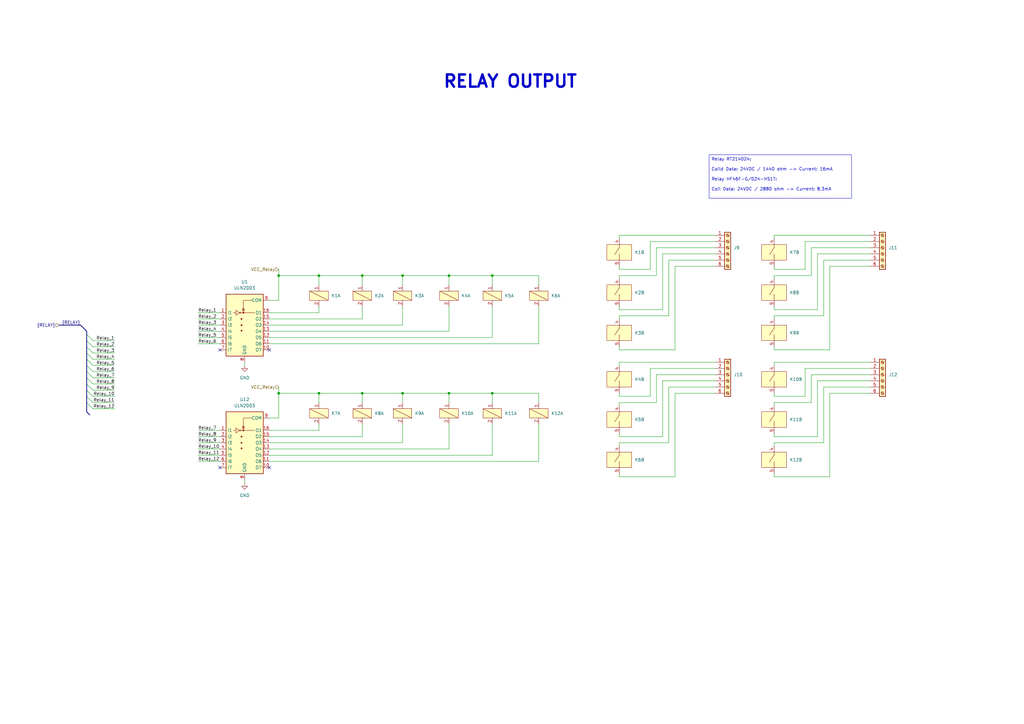
<source format=kicad_sch>
(kicad_sch (version 20250114) (generator "eeschema") (generator_version "9.0")
  (paper "A3")
  (lib_symbols
    (symbol "1-IC-General:ULN2003"
      (property "Reference" "U" (at 0 15.875 0))
      (property "Value" "ULN2003" (at 0 13.97 0))
      (symbol "ULN2003_0_1"
        (rectangle (start -7.62 -12.7) (end 7.62 12.7) (stroke (width 0.254)) (fill (type background)))
        (polyline (pts (xy -4.572 5.08) (xy -3.556 5.08)))
        (polyline (pts (xy -3.556 6.096) (xy -3.556 4.064) (xy -2.032 5.08) (xy -3.556 6.096)))
        (circle (center -1.778 5.08) (radius 0.254))
        (polyline (pts (xy -1.524 5.08) (xy 4.064 5.08)))
        (circle (center -1.27 2.54) (radius 0.254) (fill (type outline)))
        (circle (center -1.27 0) (radius 0.254) (fill (type outline)))
        (circle (center -1.27 -2.286) (radius 0.254) (fill (type outline)))
        (circle (center -0.508 5.08) (radius 0.254) (fill (type outline)))
        (polyline (pts (xy -0.508 5.08) (xy -0.508 10.16) (xy 2.921 10.16)))
        (polyline (pts (xy 0 6.731) (xy -1.016 6.731)))
        (polyline (pts (xy 0 5.969) (xy -1.016 5.969) (xy -0.508 6.731) (xy 0 5.969)))
      )
      (symbol "ULN2003_1_1"
        (pin input line (at -10.16 5.08 0) (length 2.54) (name "I1") (number "1"))
        (pin input line (at -10.16 2.54 0) (length 2.54) (name "I2") (number "2"))
        (pin input line (at -10.16 0 0) (length 2.54) (name "I3") (number "3"))
        (pin input line (at -10.16 -2.54 0) (length 2.54) (name "I4") (number "4"))
        (pin input line (at -10.16 -5.08 0) (length 2.54) (name "I5") (number "5"))
        (pin input line (at -10.16 -7.62 0) (length 2.54) (name "I6") (number "6"))
        (pin input line (at -10.16 -10.16 0) (length 2.54) (name "I7") (number "7"))
        (pin power_in line (at 0 -15.24 90) (length 2.54) (name "GND") (number "8"))
        (pin passive line (at 10.16 10.16 180) (length 2.54) (name "COM") (number "9"))
        (pin open_collector line (at 10.16 5.08 180) (length 2.54) (name "O1") (number "16"))
        (pin open_collector line (at 10.16 2.54 180) (length 2.54) (name "O2") (number "15"))
        (pin open_collector line (at 10.16 0 180) (length 2.54) (name "O3") (number "14"))
        (pin open_collector line (at 10.16 -2.54 180) (length 2.54) (name "O4") (number "13"))
        (pin open_collector line (at 10.16 -5.08 180) (length 2.54) (name "O5") (number "12"))
        (pin open_collector line (at 10.16 -7.62 180) (length 2.54) (name "O6") (number "11"))
        (pin open_collector line (at 10.16 -10.16 180) (length 2.54) (name "O7") (number "10"))
      )
    )
    (symbol "Connector:Screw_Terminal_01x06" (pin_names (offset 1.016) (hide yes))
      (property "Reference" "J" (at 0 7.62 0))
      (property "Value" "Screw_Terminal_01x06" (at 0 -10.16 0))
      (symbol "Screw_Terminal_01x06_1_1"
        (rectangle (start -1.27 6.35) (end 1.27 -8.89) (stroke (width 0.254)) (fill (type background)))
        (polyline (pts (xy -0.5334 5.4102) (xy 0.3302 4.572)) (stroke (width 0.1524)))
        (polyline (pts (xy -0.5334 2.8702) (xy 0.3302 2.032)) (stroke (width 0.1524)))
        (polyline (pts (xy -0.5334 0.3302) (xy 0.3302 -0.508)) (stroke (width 0.1524)))
        (polyline (pts (xy -0.5334 -2.2098) (xy 0.3302 -3.048)) (stroke (width 0.1524)))
        (polyline (pts (xy -0.5334 -4.7498) (xy 0.3302 -5.588)) (stroke (width 0.1524)))
        (polyline (pts (xy -0.5334 -7.2898) (xy 0.3302 -8.128)) (stroke (width 0.1524)))
        (polyline (pts (xy -0.3556 5.588) (xy 0.508 4.7498)) (stroke (width 0.1524)))
        (polyline (pts (xy -0.3556 3.048) (xy 0.508 2.2098)) (stroke (width 0.1524)))
        (polyline (pts (xy -0.3556 0.508) (xy 0.508 -0.3302)) (stroke (width 0.1524)))
        (polyline (pts (xy -0.3556 -2.032) (xy 0.508 -2.8702)) (stroke (width 0.1524)))
        (polyline (pts (xy -0.3556 -4.572) (xy 0.508 -5.4102)) (stroke (width 0.1524)))
        (polyline (pts (xy -0.3556 -7.112) (xy 0.508 -7.9502)) (stroke (width 0.1524)))
        (circle (center 0 5.08) (radius 0.635) (stroke (width 0.1524)))
        (circle (center 0 2.54) (radius 0.635) (stroke (width 0.1524)))
        (circle (center 0 0) (radius 0.635) (stroke (width 0.1524)))
        (circle (center 0 -2.54) (radius 0.635) (stroke (width 0.1524)))
        (circle (center 0 -5.08) (radius 0.635) (stroke (width 0.1524)))
        (circle (center 0 -7.62) (radius 0.635) (stroke (width 0.1524)))
        (pin passive line (at -5.08 5.08 0) (length 3.81) (name "Pin_1") (number "1"))
        (pin passive line (at -5.08 2.54 0) (length 3.81) (name "Pin_2") (number "2"))
        (pin passive line (at -5.08 0 0) (length 3.81) (name "Pin_3") (number "3"))
        (pin passive line (at -5.08 -2.54 0) (length 3.81) (name "Pin_4") (number "4"))
        (pin passive line (at -5.08 -5.08 0) (length 3.81) (name "Pin_5") (number "5"))
        (pin passive line (at -5.08 -7.62 0) (length 3.81) (name "Pin_6") (number "6"))
      )
    )
    (symbol "LIB_SCH_CONTR:HF46F-G_Hongfa" (pin_names (hide yes))
      (property "Reference" "K" (at 7.112 0 0))
      (symbol "HF46F-G_Hongfa_1_1"
        (rectangle (start -3.81 1.27) (end 3.81 -2.54) (fill (type background)))
        (polyline (pts (xy -3.81 1.27) (xy 3.81 -2.54)))
        (pin input line (at 0 3.81 270) (length 2.54) (name "1") (number "1"))
        (pin input line (at 0 -5.08 90) (length 2.54) (name "2") (number "2"))
      )
      (symbol "HF46F-G_Hongfa_2_1"
        (rectangle (start -5.08 2.54) (end 5.08 -3.81) (fill (type background)))
        (polyline (pts (xy 0 2.54) (xy 0 1.27)))
        (polyline (pts (xy 0 1.27) (xy -1.8692 -1.5318)))
        (polyline (pts (xy 0 -2.54) (xy 0 -1.27) (xy 0 -1.27)))
        (polyline (pts (xy 0 -3.81) (xy 0 -2.54)))
        (pin input line (at 0 5.08 270) (length 2.54) (name "COM") (number "4"))
        (pin input line (at 0 -6.35 90) (length 2.54) (name "NO") (number "5"))
      )
    )
    (symbol "power:GND" (power) (pin_numbers (hide yes)) (pin_names (offset 0) (hide yes))
      (property "Value" "GND" (at 0 -3.81 0))
      (symbol "GND_0_1"
        (polyline (pts (xy 0 0) (xy 0 -1.27) (xy 1.27 -1.27) (xy 0 -2.54) (xy -1.27 -1.27) (xy 0 -1.27)))
      )
      (symbol "GND_1_1"
        (pin power_in line (at 0 0 270) (length 0) (name "~") (number "1"))
      )
    )
  )
  (bus_alias "RELAY" (members "Relay_1" "Relay_2" "Relay_3" "Relay_4" "Relay_5" "Relay_6" "Relay_7" "Relay_8" "Relay_9" "Relay_10" "Relay_11" "Relay_12"))
  (text "RELAY OUTPUT" (at 209.296 33.528 0) (effects (font (size 5 5) (thickness 1) (bold yes))))
  (text_box "Relay RT214024:\n\nCoild Data: 24VDC / 1440 ohm -> Current: 16mA\n\nRelay HF46F-G/024-HS1T:\n\nCoil Data: 24VDC / 2880 ohm -> Current: 8.3mA" (at 290.83 63.5 0) (size 58.42 17.78) (margins 0.9525 0.9525 0.9525 0.9525) (effects (font (size 1.27 1.27)) (justify left top)))
  (junction (at 130.81 161.29))
  (junction (at 201.93 113.03))
  (junction (at 148.59 161.29))
  (junction (at 201.93 161.29))
  (junction (at 165.1 113.03))
  (junction (at 148.59 113.03))
  (junction (at 184.15 113.03))
  (junction (at 114.3 161.29))
  (junction (at 130.81 113.03))
  (junction (at 165.1 161.29))
  (junction (at 114.3 113.03))
  (junction (at 184.15 161.29))
  (no_connect (at 110.49 191.77))
  (no_connect (at 90.17 191.77))
  (no_connect (at 90.17 143.51))
  (no_connect (at 110.49 143.51))
  (bus_entry (at 35.56 149.86) (size 2.54 2.54))
  (bus_entry (at 35.56 162.56) (size 2.54 2.54))
  (bus_entry (at 35.56 137.16) (size 2.54 2.54))
  (bus_entry (at 35.56 147.32) (size 2.54 2.54))
  (bus_entry (at 35.56 139.7) (size 2.54 2.54))
  (bus_entry (at 35.56 142.24) (size 2.54 2.54))
  (bus_entry (at 35.56 160.02) (size 2.54 2.54))
  (bus_entry (at 35.56 144.78) (size 2.54 2.54))
  (bus_entry (at 35.56 165.1) (size 2.54 2.54))
  (bus_entry (at 35.56 157.48) (size 2.54 2.54))
  (bus_entry (at 35.56 154.94) (size 2.54 2.54))
  (bus_entry (at 35.56 152.4) (size 2.54 2.54))
  (wire (pts (xy 330.2 162.56) (xy 330.2 151.13)))
  (wire (pts (xy 269.24 165.1) (xy 254 165.1)))
  (wire (pts (xy 337.82 181.61) (xy 317.5 181.61)))
  (wire (pts (xy 271.78 104.14) (xy 293.37 104.14)))
  (wire (pts (xy 340.36 161.29) (xy 356.87 161.29)))
  (wire (pts (xy 38.1 157.48) (xy 46.99 157.48)))
  (wire (pts (xy 220.98 161.29) (xy 201.93 161.29)))
  (wire (pts (xy 148.59 161.29) (xy 130.81 161.29)))
  (wire (pts (xy 220.98 165.1) (xy 220.98 161.29)))
  (wire (pts (xy 201.93 138.43) (xy 201.93 125.73)))
  (wire (pts (xy 130.81 125.73) (xy 130.81 128.27)))
  (wire (pts (xy 317.5 195.58) (xy 340.36 195.58)))
  (wire (pts (xy 38.1 154.94) (xy 46.99 154.94)))
  (wire (pts (xy 81.28 181.61) (xy 90.17 181.61)))
  (wire (pts (xy 335.28 179.07) (xy 335.28 156.21)))
  (wire (pts (xy 269.24 113.03) (xy 254 113.03)))
  (wire (pts (xy 332.74 101.6) (xy 332.74 113.03)))
  (wire (pts (xy 184.15 113.03) (xy 201.93 113.03)))
  (wire (pts (xy 81.28 135.89) (xy 90.17 135.89)))
  (bus (pts (xy 35.56 139.7) (xy 35.56 142.24)))
  (wire (pts (xy 254 109.22) (xy 254 110.49)))
  (wire (pts (xy 110.49 133.35) (xy 165.1 133.35)))
  (wire (pts (xy 330.2 151.13) (xy 356.87 151.13)))
  (wire (pts (xy 130.81 176.53) (xy 110.49 176.53)))
  (wire (pts (xy 165.1 125.73) (xy 165.1 133.35)))
  (wire (pts (xy 254 97.79) (xy 254 96.52)))
  (wire (pts (xy 274.32 158.75) (xy 274.32 181.61)))
  (wire (pts (xy 148.59 125.73) (xy 148.59 130.81)))
  (wire (pts (xy 317.5 148.59) (xy 356.87 148.59)))
  (bus (pts (xy 35.56 165.1) (xy 35.56 168.91)))
  (bus (pts (xy 35.56 149.86) (xy 35.56 152.4)))
  (bus (pts (xy 35.56 152.4) (xy 35.56 154.94)))
  (wire (pts (xy 317.5 181.61) (xy 317.5 182.88)))
  (wire (pts (xy 114.3 158.75) (xy 114.3 161.29)))
  (bus (pts (xy 35.56 160.02) (xy 35.56 162.56)))
  (bus (pts (xy 35.56 144.78) (xy 35.56 147.32)))
  (wire (pts (xy 254 110.49) (xy 266.7 110.49)))
  (wire (pts (xy 165.1 165.1) (xy 165.1 161.29)))
  (wire (pts (xy 38.1 167.64) (xy 46.99 167.64)))
  (wire (pts (xy 165.1 161.29) (xy 148.59 161.29)))
  (wire (pts (xy 317.5 149.86) (xy 317.5 148.59)))
  (wire (pts (xy 148.59 179.07) (xy 110.49 179.07)))
  (wire (pts (xy 317.5 129.54) (xy 317.5 130.81)))
  (wire (pts (xy 271.78 127) (xy 271.78 104.14)))
  (wire (pts (xy 184.15 125.73) (xy 184.15 135.89)))
  (wire (pts (xy 201.93 165.1) (xy 201.93 161.29)))
  (wire (pts (xy 38.1 139.7) (xy 46.99 139.7)))
  (wire (pts (xy 254 127) (xy 271.78 127)))
  (wire (pts (xy 165.1 173.99) (xy 165.1 181.61)))
  (wire (pts (xy 254 179.07) (xy 271.78 179.07)))
  (wire (pts (xy 317.5 113.03) (xy 317.5 114.3)))
  (wire (pts (xy 165.1 113.03) (xy 184.15 113.03)))
  (wire (pts (xy 317.5 161.29) (xy 317.5 162.56)))
  (wire (pts (xy 271.78 179.07) (xy 271.78 156.21)))
  (wire (pts (xy 38.1 142.24) (xy 46.99 142.24)))
  (wire (pts (xy 293.37 158.75) (xy 274.32 158.75)))
  (wire (pts (xy 220.98 140.97) (xy 110.49 140.97)))
  (wire (pts (xy 340.36 195.58) (xy 340.36 161.29)))
  (wire (pts (xy 276.86 109.22) (xy 293.37 109.22)))
  (wire (pts (xy 274.32 106.68) (xy 274.32 129.54)))
  (bus (pts (xy 35.56 135.89) (xy 35.56 137.16)))
  (wire (pts (xy 266.7 151.13) (xy 293.37 151.13)))
  (wire (pts (xy 81.28 184.15) (xy 90.17 184.15)))
  (wire (pts (xy 220.98 189.23) (xy 110.49 189.23)))
  (wire (pts (xy 184.15 165.1) (xy 184.15 161.29)))
  (wire (pts (xy 81.28 179.07) (xy 90.17 179.07)))
  (wire (pts (xy 81.28 140.97) (xy 90.17 140.97)))
  (wire (pts (xy 274.32 181.61) (xy 254 181.61)))
  (bus (pts (xy 35.56 168.91) (xy 36.83 170.18)))
  (wire (pts (xy 184.15 135.89) (xy 110.49 135.89)))
  (wire (pts (xy 254 142.24) (xy 254 143.51)))
  (wire (pts (xy 81.28 176.53) (xy 90.17 176.53)))
  (wire (pts (xy 220.98 173.99) (xy 220.98 189.23)))
  (wire (pts (xy 330.2 110.49) (xy 330.2 99.06)))
  (bus (pts (xy 35.56 162.56) (xy 35.56 165.1)))
  (wire (pts (xy 148.59 116.84) (xy 148.59 113.03)))
  (wire (pts (xy 184.15 184.15) (xy 110.49 184.15)))
  (wire (pts (xy 254 113.03) (xy 254 114.3)))
  (wire (pts (xy 81.28 133.35) (xy 90.17 133.35)))
  (wire (pts (xy 317.5 110.49) (xy 330.2 110.49)))
  (wire (pts (xy 337.82 129.54) (xy 317.5 129.54)))
  (bus (pts (xy 33.02 133.35) (xy 35.56 135.89)))
  (wire (pts (xy 317.5 109.22) (xy 317.5 110.49)))
  (wire (pts (xy 317.5 177.8) (xy 317.5 179.07)))
  (wire (pts (xy 266.7 110.49) (xy 266.7 99.06)))
  (wire (pts (xy 266.7 162.56) (xy 266.7 151.13)))
  (wire (pts (xy 184.15 173.99) (xy 184.15 184.15)))
  (wire (pts (xy 165.1 116.84) (xy 165.1 113.03)))
  (wire (pts (xy 356.87 101.6) (xy 332.74 101.6)))
  (wire (pts (xy 81.28 189.23) (xy 90.17 189.23)))
  (wire (pts (xy 317.5 162.56) (xy 330.2 162.56)))
  (bus (pts (xy 35.56 157.48) (xy 35.56 160.02)))
  (wire (pts (xy 254 161.29) (xy 254 162.56)))
  (wire (pts (xy 165.1 161.29) (xy 184.15 161.29)))
  (wire (pts (xy 317.5 194.31) (xy 317.5 195.58)))
  (wire (pts (xy 317.5 127) (xy 335.28 127)))
  (wire (pts (xy 254 148.59) (xy 293.37 148.59)))
  (bus (pts (xy 35.56 142.24) (xy 35.56 144.78)))
  (wire (pts (xy 38.1 162.56) (xy 46.99 162.56)))
  (wire (pts (xy 201.93 116.84) (xy 201.93 113.03)))
  (wire (pts (xy 38.1 149.86) (xy 46.99 149.86)))
  (wire (pts (xy 184.15 161.29) (xy 201.93 161.29)))
  (wire (pts (xy 114.3 171.45) (xy 110.49 171.45)))
  (wire (pts (xy 220.98 116.84) (xy 220.98 113.03)))
  (wire (pts (xy 148.59 113.03) (xy 130.81 113.03)))
  (wire (pts (xy 110.49 181.61) (xy 165.1 181.61)))
  (bus (pts (xy 35.56 137.16) (xy 35.56 139.7)))
  (wire (pts (xy 148.59 130.81) (xy 110.49 130.81)))
  (wire (pts (xy 220.98 125.73) (xy 220.98 140.97)))
  (wire (pts (xy 130.81 165.1) (xy 130.81 161.29)))
  (wire (pts (xy 130.81 173.99) (xy 130.81 176.53)))
  (wire (pts (xy 317.5 142.24) (xy 317.5 143.51)))
  (wire (pts (xy 148.59 173.99) (xy 148.59 179.07)))
  (wire (pts (xy 130.81 113.03) (xy 114.3 113.03)))
  (wire (pts (xy 254 162.56) (xy 266.7 162.56)))
  (wire (pts (xy 340.36 109.22) (xy 356.87 109.22)))
  (wire (pts (xy 201.93 186.69) (xy 201.93 173.99)))
  (wire (pts (xy 100.33 196.85) (xy 100.33 198.12)))
  (wire (pts (xy 317.5 96.52) (xy 356.87 96.52)))
  (wire (pts (xy 276.86 195.58) (xy 276.86 161.29)))
  (wire (pts (xy 254 125.73) (xy 254 127)))
  (wire (pts (xy 293.37 106.68) (xy 274.32 106.68)))
  (wire (pts (xy 38.1 165.1) (xy 46.99 165.1)))
  (wire (pts (xy 130.81 116.84) (xy 130.81 113.03)))
  (wire (pts (xy 184.15 116.84) (xy 184.15 113.03)))
  (wire (pts (xy 110.49 138.43) (xy 201.93 138.43)))
  (wire (pts (xy 148.59 165.1) (xy 148.59 161.29)))
  (wire (pts (xy 274.32 129.54) (xy 254 129.54)))
  (wire (pts (xy 81.28 130.81) (xy 90.17 130.81)))
  (wire (pts (xy 317.5 125.73) (xy 317.5 127)))
  (wire (pts (xy 38.1 152.4) (xy 46.99 152.4)))
  (wire (pts (xy 317.5 179.07) (xy 335.28 179.07)))
  (wire (pts (xy 81.28 128.27) (xy 90.17 128.27)))
  (bus (pts (xy 35.56 154.94) (xy 35.56 157.48)))
  (wire (pts (xy 356.87 158.75) (xy 337.82 158.75)))
  (wire (pts (xy 332.74 153.67) (xy 332.74 165.1)))
  (wire (pts (xy 114.3 123.19) (xy 110.49 123.19)))
  (wire (pts (xy 114.3 113.03) (xy 114.3 123.19)))
  (wire (pts (xy 269.24 153.67) (xy 269.24 165.1)))
  (wire (pts (xy 254 149.86) (xy 254 148.59)))
  (wire (pts (xy 276.86 161.29) (xy 293.37 161.29)))
  (wire (pts (xy 254 165.1) (xy 254 166.37)))
  (wire (pts (xy 337.82 158.75) (xy 337.82 181.61)))
  (wire (pts (xy 317.5 97.79) (xy 317.5 96.52)))
  (wire (pts (xy 38.1 160.02) (xy 46.99 160.02)))
  (wire (pts (xy 332.74 165.1) (xy 317.5 165.1)))
  (wire (pts (xy 81.28 138.43) (xy 90.17 138.43)))
  (wire (pts (xy 266.7 99.06) (xy 293.37 99.06)))
  (bus (pts (xy 35.56 147.32) (xy 35.56 149.86)))
  (wire (pts (xy 114.3 110.49) (xy 114.3 113.03)))
  (wire (pts (xy 335.28 156.21) (xy 356.87 156.21)))
  (wire (pts (xy 254 96.52) (xy 293.37 96.52)))
  (wire (pts (xy 38.1 147.32) (xy 46.99 147.32)))
  (wire (pts (xy 165.1 113.03) (xy 148.59 113.03)))
  (wire (pts (xy 110.49 186.69) (xy 201.93 186.69)))
  (wire (pts (xy 254 195.58) (xy 276.86 195.58)))
  (wire (pts (xy 254 181.61) (xy 254 182.88)))
  (wire (pts (xy 340.36 143.51) (xy 340.36 109.22)))
  (wire (pts (xy 254 143.51) (xy 276.86 143.51)))
  (wire (pts (xy 317.5 143.51) (xy 340.36 143.51)))
  (wire (pts (xy 254 177.8) (xy 254 179.07)))
  (wire (pts (xy 254 129.54) (xy 254 130.81)))
  (wire (pts (xy 271.78 156.21) (xy 293.37 156.21)))
  (wire (pts (xy 114.3 161.29) (xy 114.3 171.45)))
  (wire (pts (xy 220.98 113.03) (xy 201.93 113.03)))
  (wire (pts (xy 254 194.31) (xy 254 195.58)))
  (wire (pts (xy 81.28 186.69) (xy 90.17 186.69)))
  (wire (pts (xy 356.87 153.67) (xy 332.74 153.67)))
  (wire (pts (xy 332.74 113.03) (xy 317.5 113.03)))
  (bus (pts (xy 24.13 133.35) (xy 33.02 133.35)))
  (wire (pts (xy 269.24 101.6) (xy 269.24 113.03)))
  (wire (pts (xy 335.28 127) (xy 335.28 104.14)))
  (wire (pts (xy 293.37 101.6) (xy 269.24 101.6)))
  (wire (pts (xy 130.81 161.29) (xy 114.3 161.29)))
  (wire (pts (xy 335.28 104.14) (xy 356.87 104.14)))
  (wire (pts (xy 100.33 148.59) (xy 100.33 149.86)))
  (wire (pts (xy 330.2 99.06) (xy 356.87 99.06)))
  (wire (pts (xy 293.37 153.67) (xy 269.24 153.67)))
  (wire (pts (xy 276.86 143.51) (xy 276.86 109.22)))
  (wire (pts (xy 317.5 165.1) (xy 317.5 166.37)))
  (wire (pts (xy 356.87 106.68) (xy 337.82 106.68)))
  (wire (pts (xy 38.1 144.78) (xy 46.99 144.78)))
  (wire (pts (xy 337.82 106.68) (xy 337.82 129.54)))
  (wire (pts (xy 130.81 128.27) (xy 110.49 128.27)))
  (label "Relay_8" (at 81.28 179.07 0))
  (label "Relay_5" (at 46.99 149.86 180))
  (label "Relay_1" (at 46.99 139.7 180))
  (label "{RELAY}" (at 25.4 133.35 0))
  (label "Relay_7" (at 81.28 176.53 0))
  (label "Relay_11" (at 46.99 165.1 180))
  (label "Relay_6" (at 81.28 140.97 0))
  (label "Relay_4" (at 81.28 135.89 0))
  (label "Relay_3" (at 46.99 144.78 180))
  (label "Relay_11" (at 81.28 186.69 0))
  (label "Relay_9" (at 46.99 160.02 180))
  (label "Relay_1" (at 81.28 128.27 0))
  (label "Relay_5" (at 81.28 138.43 0))
  (label "Relay_6" (at 46.99 152.4 180))
  (label "Relay_10" (at 81.28 184.15 0))
  (label "Relay_2" (at 46.99 142.24 180))
  (label "Relay_3" (at 81.28 133.35 0))
  (label "Relay_9" (at 81.28 181.61 0))
  (label "Relay_8" (at 46.99 157.48 180))
  (label "Relay_4" (at 46.99 147.32 180))
  (label "Relay_10" (at 46.99 162.56 180))
  (label "Relay_2" (at 81.28 130.81 0))
  (label "Relay_12" (at 81.28 189.23 0))
  (label "Relay_12" (at 46.99 167.64 180))
  (label "Relay_7" (at 46.99 154.94 180))
  (hierarchical_label "VCC_Relay" (shape input) (at 114.3 110.49 180))
  (hierarchical_label "{RELAY}" (shape input) (at 24.13 133.35 180))
  (hierarchical_label "VCC_Relay" (shape input) (at 114.3 158.75 180))
  (symbol (lib_id "LIB_SCH_CONTR:HF46F-G_Hongfa") (at 148.59 168.91 0) (unit 1)
    (property "Reference" "K8" (at 153.67 169.5449 0) (effects (justify left)))
    (property "Value" "HF46F-G" (effects (hide yes)))
    (property "Footprint" "LIB_PCB_CONT:Relay_HF46F-G_Hongfa" (effects (hide yes)))
    (property "Datasheet" "https://www.tme.com/pe/es/details/hf46f-g_024-hs1t/reles-electromagn-miniaturizados/hongfa-relay" (effects (hide yes)))
    (property "Description" "Relé 24VDC TE-Connectivity" (effects (hide yes)))
  )
  (symbol (lib_id "LIB_SCH_CONTR:HF46F-G_Hongfa") (at 254 171.45 0) (unit 2)
    (property "Reference" "K5" (at 260.35 172.0849 0) (effects (justify left)))
    (property "Value" "HF46F-G" (effects (hide yes)))
    (property "Footprint" "LIB_PCB_CONT:Relay_HF46F-G_Hongfa" (effects (hide yes)))
    (property "Datasheet" "https://www.tme.com/pe/es/details/hf46f-g_024-hs1t/reles-electromagn-miniaturizados/hongfa-relay" (effects (hide yes)))
    (property "Description" "Relé 24VDC TE-Connectivity" (effects (hide yes)))
  )
  (symbol (lib_id "LIB_SCH_CONTR:HF46F-G_Hongfa") (at 165.1 168.91 0) (unit 1)
    (property "Reference" "K9" (at 170.18 169.5449 0) (effects (justify left)))
    (property "Value" "HF46F-G" (effects (hide yes)))
    (property "Footprint" "LIB_PCB_CONT:Relay_HF46F-G_Hongfa" (effects (hide yes)))
    (property "Datasheet" "https://www.tme.com/pe/es/details/hf46f-g_024-hs1t/reles-electromagn-miniaturizados/hongfa-relay" (effects (hide yes)))
    (property "Description" "Relé 24VDC TE-Connectivity" (effects (hide yes)))
  )
  (symbol (lib_id "LIB_SCH_CONTR:HF46F-G_Hongfa") (at 130.81 120.65 0) (unit 1)
    (property "Reference" "K1" (at 135.89 121.2849 0) (effects (justify left)))
    (property "Value" "HF46F-G" (effects (hide yes)))
    (property "Footprint" "LIB_PCB_CONT:Relay_HF46F-G_Hongfa" (effects (hide yes)))
    (property "Datasheet" "https://www.tme.com/pe/es/details/hf46f-g_024-hs1t/reles-electromagn-miniaturizados/hongfa-relay" (effects (hide yes)))
    (property "Description" "Relé 24VDC TE-Connectivity" (effects (hide yes)))
  )
  (symbol (lib_id "LIB_SCH_CONTR:HF46F-G_Hongfa") (at 317.5 187.96 0) (unit 2)
    (property "Reference" "K12" (at 323.85 188.5949 0) (effects (justify left)))
    (property "Value" "HF46F-G" (effects (hide yes)))
    (property "Footprint" "LIB_PCB_CONT:Relay_HF46F-G_Hongfa" (effects (hide yes)))
    (property "Datasheet" "https://www.tme.com/pe/es/details/hf46f-g_024-hs1t/reles-electromagn-miniaturizados/hongfa-relay" (effects (hide yes)))
    (property "Description" "Relé 24VDC TE-Connectivity" (effects (hide yes)))
  )
  (symbol (lib_id "Connector:Screw_Terminal_01x06") (at 361.95 101.6 0) (unit 1)
    (property "Reference" "J11" (at 364.49 101.5999 0) (effects (justify left)))
    (property "Value" "Screw_Terminal_01x06" (effects (hide yes)))
    (property "Footprint" "LIB_PCB_CONT:15EDGRC_6P_3.81mm_Male-Rect_Degson" (effects (hide yes)))
    (property "Description" "Generic screw terminal, single row, 01x06, script generated (kicad-library-utils/schlib/autogen/connector/)" (effects (hide yes)))
  )
  (symbol (lib_id "LIB_SCH_CONTR:HF46F-G_Hongfa") (at 254 119.38 0) (unit 2)
    (property "Reference" "K2" (at 260.35 120.0149 0) (effects (justify left)))
    (property "Value" "HF46F-G" (effects (hide yes)))
    (property "Footprint" "LIB_PCB_CONT:Relay_HF46F-G_Hongfa" (effects (hide yes)))
    (property "Datasheet" "https://www.tme.com/pe/es/details/hf46f-g_024-hs1t/reles-electromagn-miniaturizados/hongfa-relay" (effects (hide yes)))
    (property "Description" "Relé 24VDC TE-Connectivity" (effects (hide yes)))
  )
  (symbol (lib_id "LIB_SCH_CONTR:HF46F-G_Hongfa") (at 165.1 120.65 0) (unit 1)
    (property "Reference" "K3" (at 170.18 121.2849 0) (effects (justify left)))
    (property "Value" "HF46F-G" (effects (hide yes)))
    (property "Footprint" "LIB_PCB_CONT:Relay_HF46F-G_Hongfa" (effects (hide yes)))
    (property "Datasheet" "https://www.tme.com/pe/es/details/hf46f-g_024-hs1t/reles-electromagn-miniaturizados/hongfa-relay" (effects (hide yes)))
    (property "Description" "Relé 24VDC TE-Connectivity" (effects (hide yes)))
  )
  (symbol (lib_id "LIB_SCH_CONTR:HF46F-G_Hongfa") (at 317.5 171.45 0) (unit 2)
    (property "Reference" "K11" (at 323.85 172.0849 0) (effects (justify left)))
    (property "Value" "HF46F-G" (effects (hide yes)))
    (property "Footprint" "LIB_PCB_CONT:Relay_HF46F-G_Hongfa" (effects (hide yes)))
    (property "Datasheet" "https://www.tme.com/pe/es/details/hf46f-g_024-hs1t/reles-electromagn-miniaturizados/hongfa-relay" (effects (hide yes)))
    (property "Description" "Relé 24VDC TE-Connectivity" (effects (hide yes)))
  )
  (symbol (lib_id "LIB_SCH_CONTR:HF46F-G_Hongfa") (at 184.15 168.91 0) (unit 1)
    (property "Reference" "K10" (at 189.23 169.5449 0) (effects (justify left)))
    (property "Value" "HF46F-G" (effects (hide yes)))
    (property "Footprint" "LIB_PCB_CONT:Relay_HF46F-G_Hongfa" (effects (hide yes)))
    (property "Datasheet" "https://www.tme.com/pe/es/details/hf46f-g_024-hs1t/reles-electromagn-miniaturizados/hongfa-relay" (effects (hide yes)))
    (property "Description" "Relé 24VDC TE-Connectivity" (effects (hide yes)))
  )
  (symbol (lib_id "LIB_SCH_CONTR:HF46F-G_Hongfa") (at 254 187.96 0) (unit 2)
    (property "Reference" "K6" (at 260.35 188.5949 0) (effects (justify left)))
    (property "Value" "HF46F-G" (effects (hide yes)))
    (property "Footprint" "LIB_PCB_CONT:Relay_HF46F-G_Hongfa" (effects (hide yes)))
    (property "Datasheet" "https://www.tme.com/pe/es/details/hf46f-g_024-hs1t/reles-electromagn-miniaturizados/hongfa-relay" (effects (hide yes)))
    (property "Description" "Relé 24VDC TE-Connectivity" (effects (hide yes)))
  )
  (symbol (lib_id "LIB_SCH_CONTR:HF46F-G_Hongfa") (at 317.5 119.38 0) (unit 2)
    (property "Reference" "K8" (at 323.85 120.0149 0) (effects (justify left)))
    (property "Value" "HF46F-G" (effects (hide yes)))
    (property "Footprint" "LIB_PCB_CONT:Relay_HF46F-G_Hongfa" (effects (hide yes)))
    (property "Datasheet" "https://www.tme.com/pe/es/details/hf46f-g_024-hs1t/reles-electromagn-miniaturizados/hongfa-relay" (effects (hide yes)))
    (property "Description" "Relé 24VDC TE-Connectivity" (effects (hide yes)))
  )
  (symbol (lib_id "LIB_SCH_CONTR:HF46F-G_Hongfa") (at 254 135.89 0) (unit 2)
    (property "Reference" "K3" (at 260.35 136.5249 0) (effects (justify left)))
    (property "Value" "HF46F-G" (effects (hide yes)))
    (property "Footprint" "LIB_PCB_CONT:Relay_HF46F-G_Hongfa" (effects (hide yes)))
    (property "Datasheet" "https://www.tme.com/pe/es/details/hf46f-g_024-hs1t/reles-electromagn-miniaturizados/hongfa-relay" (effects (hide yes)))
    (property "Description" "Relé 24VDC TE-Connectivity" (effects (hide yes)))
  )
  (symbol (lib_id "LIB_SCH_CONTR:HF46F-G_Hongfa") (at 184.15 120.65 0) (unit 1)
    (property "Reference" "K4" (at 189.23 121.2849 0) (effects (justify left)))
    (property "Value" "HF46F-G" (effects (hide yes)))
    (property "Footprint" "LIB_PCB_CONT:Relay_HF46F-G_Hongfa" (effects (hide yes)))
    (property "Datasheet" "https://www.tme.com/pe/es/details/hf46f-g_024-hs1t/reles-electromagn-miniaturizados/hongfa-relay" (effects (hide yes)))
    (property "Description" "Relé 24VDC TE-Connectivity" (effects (hide yes)))
  )
  (symbol (lib_id "LIB_SCH_CONTR:HF46F-G_Hongfa") (at 254 102.87 0) (unit 2)
    (property "Reference" "K1" (at 260.35 103.5049 0) (effects (justify left)))
    (property "Value" "HF46F-G" (effects (hide yes)))
    (property "Footprint" "LIB_PCB_CONT:Relay_HF46F-G_Hongfa" (effects (hide yes)))
    (property "Datasheet" "https://www.tme.com/pe/es/details/hf46f-g_024-hs1t/reles-electromagn-miniaturizados/hongfa-relay" (effects (hide yes)))
    (property "Description" "Relé 24VDC TE-Connectivity" (effects (hide yes)))
  )
  (symbol (lib_id "LIB_SCH_CONTR:HF46F-G_Hongfa") (at 220.98 168.91 0) (unit 1)
    (property "Reference" "K12" (at 226.06 169.5449 0) (effects (justify left)))
    (property "Value" "HF46F-G" (effects (hide yes)))
    (property "Footprint" "LIB_PCB_CONT:Relay_HF46F-G_Hongfa" (effects (hide yes)))
    (property "Datasheet" "https://www.tme.com/pe/es/details/hf46f-g_024-hs1t/reles-electromagn-miniaturizados/hongfa-relay" (effects (hide yes)))
    (property "Description" "Relé 24VDC TE-Connectivity" (effects (hide yes)))
  )
  (symbol (lib_id "1-IC-General:ULN2003") (at 100.33 133.35 0) (unit 1)
    (property "Reference" "U1" (at 100.33 115.57 0))
    (property "Value" "ULN2003" (at 100.33 118.11 0))
    (property "Footprint" "1-Package_SO:SOIC-16_3.9x9.9mm_P1.27mm" (effects (hide yes)))
    (property "Datasheet" "http://www.ti.com/lit/ds/symlink/uln2003a.pdf" (effects (hide yes)))
    (property "Description" "High Voltage, High Current Darlington Transistor Arrays, SOIC16/SOIC16W/DIP16/TSSOP16" (effects (hide yes)))
  )
  (symbol (lib_id "Connector:Screw_Terminal_01x06") (at 298.45 101.6 0) (unit 1)
    (property "Reference" "J9" (at 300.99 101.5999 0) (effects (justify left)))
    (property "Value" "Screw_Terminal_01x06" (effects (hide yes)))
    (property "Footprint" "LIB_PCB_CONT:15EDGRC_6P_3.81mm_Male-Rect_Degson" (effects (hide yes)))
    (property "Description" "Generic screw terminal, single row, 01x06, script generated (kicad-library-utils/schlib/autogen/connector/)" (effects (hide yes)))
  )
  (symbol (lib_id "power:GND") (at 100.33 198.12 0) (unit 1)
    (property "Reference" "#PWR052" (effects (hide yes)))
    (property "Value" "GND" (at 100.33 203.2 0))
    (property "Description" "Power symbol creates a global label with name \"GND\" , ground" (effects (hide yes)))
  )
  (symbol (lib_id "LIB_SCH_CONTR:HF46F-G_Hongfa") (at 201.93 168.91 0) (unit 1)
    (property "Reference" "K11" (at 207.01 169.5449 0) (effects (justify left)))
    (property "Value" "HF46F-G" (effects (hide yes)))
    (property "Footprint" "LIB_PCB_CONT:Relay_HF46F-G_Hongfa" (effects (hide yes)))
    (property "Datasheet" "https://www.tme.com/pe/es/details/hf46f-g_024-hs1t/reles-electromagn-miniaturizados/hongfa-relay" (effects (hide yes)))
    (property "Description" "Relé 24VDC TE-Connectivity" (effects (hide yes)))
  )
  (symbol (lib_id "Connector:Screw_Terminal_01x06") (at 298.45 153.67 0) (unit 1)
    (property "Reference" "J10" (at 300.99 153.6699 0) (effects (justify left)))
    (property "Value" "Screw_Terminal_01x06" (effects (hide yes)))
    (property "Footprint" "LIB_PCB_CONT:15EDGRC_6P_3.81mm_Male-Rect_Degson" (effects (hide yes)))
    (property "Description" "Generic screw terminal, single row, 01x06, script generated (kicad-library-utils/schlib/autogen/connector/)" (effects (hide yes)))
  )
  (symbol (lib_id "1-IC-General:ULN2003") (at 100.33 181.61 0) (unit 1)
    (property "Reference" "U12" (at 100.33 163.83 0))
    (property "Value" "ULN2003" (at 100.33 166.37 0))
    (property "Footprint" "1-Package_SO:SOIC-16_3.9x9.9mm_P1.27mm" (effects (hide yes)))
    (property "Datasheet" "http://www.ti.com/lit/ds/symlink/uln2003a.pdf" (effects (hide yes)))
    (property "Description" "High Voltage, High Current Darlington Transistor Arrays, SOIC16/SOIC16W/DIP16/TSSOP16" (effects (hide yes)))
  )
  (symbol (lib_id "LIB_SCH_CONTR:HF46F-G_Hongfa") (at 317.5 102.87 0) (unit 2)
    (property "Reference" "K7" (at 323.85 103.5049 0) (effects (justify left)))
    (property "Value" "HF46F-G" (effects (hide yes)))
    (property "Footprint" "LIB_PCB_CONT:Relay_HF46F-G_Hongfa" (effects (hide yes)))
    (property "Datasheet" "https://www.tme.com/pe/es/details/hf46f-g_024-hs1t/reles-electromagn-miniaturizados/hongfa-relay" (effects (hide yes)))
    (property "Description" "Relé 24VDC TE-Connectivity" (effects (hide yes)))
  )
  (symbol (lib_id "LIB_SCH_CONTR:HF46F-G_Hongfa") (at 130.81 168.91 0) (unit 1)
    (property "Reference" "K7" (at 135.89 169.5449 0) (effects (justify left)))
    (property "Value" "HF46F-G" (effects (hide yes)))
    (property "Footprint" "LIB_PCB_CONT:Relay_HF46F-G_Hongfa" (effects (hide yes)))
    (property "Datasheet" "https://www.tme.com/pe/es/details/hf46f-g_024-hs1t/reles-electromagn-miniaturizados/hongfa-relay" (effects (hide yes)))
    (property "Description" "Relé 24VDC TE-Connectivity" (effects (hide yes)))
  )
  (symbol (lib_id "Connector:Screw_Terminal_01x06") (at 361.95 153.67 0) (unit 1)
    (property "Reference" "J12" (at 364.49 153.6699 0) (effects (justify left)))
    (property "Value" "Screw_Terminal_01x06" (effects (hide yes)))
    (property "Footprint" "LIB_PCB_CONT:15EDGRC_6P_3.81mm_Male-Rect_Degson" (effects (hide yes)))
    (property "Description" "Generic screw terminal, single row, 01x06, script generated (kicad-library-utils/schlib/autogen/connector/)" (effects (hide yes)))
  )
  (symbol (lib_id "LIB_SCH_CONTR:HF46F-G_Hongfa") (at 254 154.94 0) (unit 2)
    (property "Reference" "K4" (at 260.35 155.5749 0) (effects (justify left)))
    (property "Value" "HF46F-G" (effects (hide yes)))
    (property "Footprint" "LIB_PCB_CONT:Relay_HF46F-G_Hongfa" (effects (hide yes)))
    (property "Datasheet" "https://www.tme.com/pe/es/details/hf46f-g_024-hs1t/reles-electromagn-miniaturizados/hongfa-relay" (effects (hide yes)))
    (property "Description" "Relé 24VDC TE-Connectivity" (effects (hide yes)))
  )
  (symbol (lib_id "LIB_SCH_CONTR:HF46F-G_Hongfa") (at 317.5 154.94 0) (unit 2)
    (property "Reference" "K10" (at 323.85 155.5749 0) (effects (justify left)))
    (property "Value" "HF46F-G" (effects (hide yes)))
    (property "Footprint" "LIB_PCB_CONT:Relay_HF46F-G_Hongfa" (effects (hide yes)))
    (property "Datasheet" "https://www.tme.com/pe/es/details/hf46f-g_024-hs1t/reles-electromagn-miniaturizados/hongfa-relay" (effects (hide yes)))
    (property "Description" "Relé 24VDC TE-Connectivity" (effects (hide yes)))
  )
  (symbol (lib_id "LIB_SCH_CONTR:HF46F-G_Hongfa") (at 148.59 120.65 0) (unit 1)
    (property "Reference" "K2" (at 153.67 121.2849 0) (effects (justify left)))
    (property "Value" "HF46F-G" (effects (hide yes)))
    (property "Footprint" "LIB_PCB_CONT:Relay_HF46F-G_Hongfa" (effects (hide yes)))
    (property "Datasheet" "https://www.tme.com/pe/es/details/hf46f-g_024-hs1t/reles-electromagn-miniaturizados/hongfa-relay" (effects (hide yes)))
    (property "Description" "Relé 24VDC TE-Connectivity" (effects (hide yes)))
  )
  (symbol (lib_id "LIB_SCH_CONTR:HF46F-G_Hongfa") (at 220.98 120.65 0) (unit 1)
    (property "Reference" "K6" (at 226.06 121.2849 0) (effects (justify left)))
    (property "Value" "HF46F-G" (effects (hide yes)))
    (property "Footprint" "LIB_PCB_CONT:Relay_HF46F-G_Hongfa" (effects (hide yes)))
    (property "Datasheet" "https://www.tme.com/pe/es/details/hf46f-g_024-hs1t/reles-electromagn-miniaturizados/hongfa-relay" (effects (hide yes)))
    (property "Description" "Relé 24VDC TE-Connectivity" (effects (hide yes)))
  )
  (symbol (lib_id "LIB_SCH_CONTR:HF46F-G_Hongfa") (at 317.5 135.89 0) (unit 2)
    (property "Reference" "K9" (at 323.85 136.5249 0) (effects (justify left)))
    (property "Value" "HF46F-G" (effects (hide yes)))
    (property "Footprint" "LIB_PCB_CONT:Relay_HF46F-G_Hongfa" (effects (hide yes)))
    (property "Datasheet" "https://www.tme.com/pe/es/details/hf46f-g_024-hs1t/reles-electromagn-miniaturizados/hongfa-relay" (effects (hide yes)))
    (property "Description" "Relé 24VDC TE-Connectivity" (effects (hide yes)))
  )
  (symbol (lib_id "power:GND") (at 100.33 149.86 0) (unit 1)
    (property "Reference" "#PWR034" (effects (hide yes)))
    (property "Value" "GND" (at 100.33 154.94 0))
    (property "Description" "Power symbol creates a global label with name \"GND\" , ground" (effects (hide yes)))
  )
  (symbol (lib_id "LIB_SCH_CONTR:HF46F-G_Hongfa") (at 201.93 120.65 0) (unit 1)
    (property "Reference" "K5" (at 207.01 121.2849 0) (effects (justify left)))
    (property "Value" "HF46F-G" (effects (hide yes)))
    (property "Footprint" "LIB_PCB_CONT:Relay_HF46F-G_Hongfa" (effects (hide yes)))
    (property "Datasheet" "https://www.tme.com/pe/es/details/hf46f-g_024-hs1t/reles-electromagn-miniaturizados/hongfa-relay" (effects (hide yes)))
    (property "Description" "Relé 24VDC TE-Connectivity" (effects (hide yes)))
  )
)
</source>
